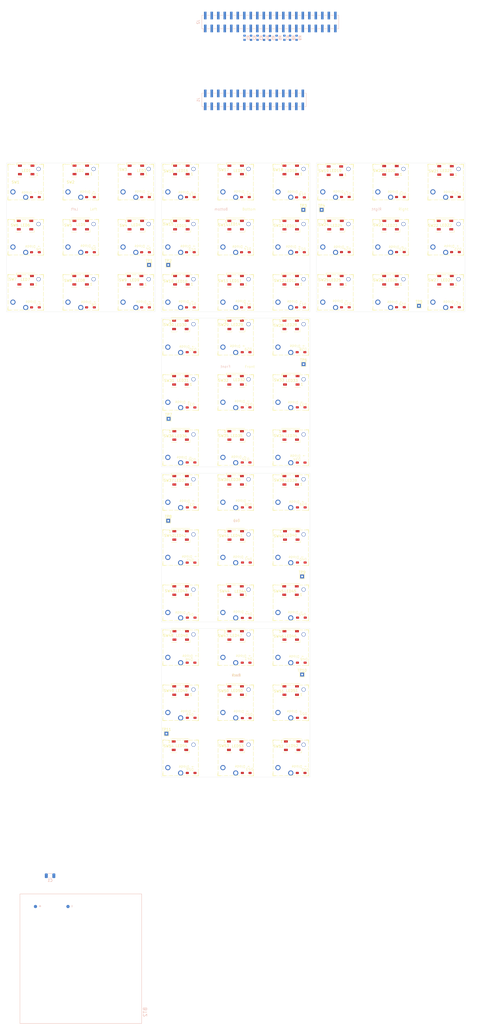
<source format=kicad_pcb>
(kicad_pcb (version 20240108) (generator "pcbnew") (generator_version "8.0")
  (layers (0 "F.Cu" signal) (1 "In1.Cu" signal) (2 "In2.Cu" signal) (31 "B.Cu" signal) (34 "B.Paste" user) (35 "F.Paste" user) (36 "B.SilkS" user "B.Silkscreen") (37 "F.SilkS" user "F.Silkscreen") (38 "B.Mask" user) (39 "F.Mask" user) (44 "Edge.Cuts" user))
  (net 0 "")
  (net 1 "Column0")
  (net 2 "VDD")
  (net 3 "Row4")
  (net 4 "Row1")
  (net 5 "Column8")
  (net 6 "GND")
  (net 7 "Column5")
  (net 8 "Column2")
  (net 9 "Net-(D1-A)")
  (net 10 "Net-(D2-A)")
  (net 11 "Net-(D3-A)")
  (net 12 "Net-(D4-A)")
  (net 13 "Net-(D5-A)")
  (net 14 "Net-(D6-A)")
  (net 15 "Net-(D7-A)")
  (net 16 "Net-(D8-A)")
  (net 17 "Net-(D9-A)")
  (net 18 "Net-(D18-A)")
  (net 19 "Net-(D19-A)")
  (net 20 "Net-(D20-A)")
  (net 21 "Net-(D21-A)")
  (net 22 "Net-(D22-A)")
  (net 23 "Net-(D23-A)")
  (net 24 "Net-(D24-A)")
  (net 25 "Net-(D25-A)")
  (net 26 "Net-(D34-A)")
  (net 27 "Net-(D35-A)")
  (net 28 "Net-(D36-A)")
  (net 29 "Net-(D37-A)")
  (net 30 "Net-(D38-A)")
  (net 31 "Net-(D39-A)")
  (net 32 "Net-(D40-A)")
  (net 33 "Net-(D41-A)")
  (net 34 "Net-(D50-A)")
  (net 35 "Net-(D51-A)")
  (net 36 "Net-(D52-A)")
  (net 37 "Net-(D53-A)")
  (net 38 "Net-(D54-A)")
  (net 39 "Net-(D11-A)")
  (net 40 "Net-(D12-A)")
  (net 41 "Net-(D13-A)")
  (net 42 "Net-(D14-A)")
  (net 43 "Net-(D15-A)")
  (net 44 "Net-(D16-A)")
  (net 45 "Net-(D17-A)")
  (net 46 "Net-(D26-A)")
  (net 47 "Net-(D27-A)")
  (net 48 "Net-(D28-A)")
  (net 49 "Net-(D29-A)")
  (net 50 "Net-(D30-A)")
  (net 51 "Net-(D31-A)")
  (net 52 "Net-(D32-A)")
  (net 53 "Net-(D33-A)")
  (net 54 "Net-(D42-A)")
  (net 55 "Net-(D43-A)")
  (net 56 "Net-(D44-A)")
  (net 57 "Net-(D45-A)")
  (net 58 "Net-(D46-A)")
  (net 59 "Net-(D47-A)")
  (net 60 "Net-(D48-A)")
  (net 61 "Net-(D49-A)")
  (net 62 "Net-(LED1-DOUT)")
  (net 63 "Net-(LED2-DOUT)")
  (net 64 "Net-(LED3-DOUT)")
  (net 65 "Net-(LED4-DOUT)")
  (net 66 "Net-(LED7-DOUT)")
  (net 67 "Net-(LED8-DOUT)")
  (net 68 "Net-(LED10-DOUT)")
  (net 69 "Net-(LED11-DOUT)")
  (net 70 "Net-(LED12-DOUT)")
  (net 71 "Net-(LED13-DOUT)")
  (net 72 "Net-(LED16-DOUT)")
  (net 73 "Net-(LED17-DOUT)")
  (net 74 "Net-(LED19-DOUT)")
  (net 75 "Net-(LED20-DOUT)")
  (net 76 "Net-(LED21-DOUT)")
  (net 77 "Net-(LED22-DOUT)")
  (net 78 "Net-(LED25-DOUT)")
  (net 79 "Net-(LED26-DOUT)")
  (net 80 "Net-(J2-D31)")
  (net 81 "Net-(LED10-DIN)")
  (net 82 "Net-(LED18-DOUT)")
  (net 83 "Net-(LED27-DOUT)")
  (net 84 "Net-(LED28-DOUT)")
  (net 85 "Net-(LED29-DOUT)")
  (net 86 "Net-(LED37-DOUT)")
  (net 87 "Net-(LED38-DOUT)")
  (net 88 "Net-(LED39-DOUT)")
  (net 89 "Net-(LED40-DOUT)")
  (net 90 "Net-(LED43-DOUT)")
  (net 91 "Net-(LED44-DOUT)")
  (net 92 "Net-(LED30-DOUT)")
  (net 93 "Net-(LED31-DOUT)")
  (net 94 "Net-(LED32-DOUT)")
  (net 95 "Net-(LED33-DOUT)")
  (net 96 "Net-(LED34-DOUT)")
  (net 97 "Net-(LED35-DOUT)")
  (net 98 "Net-(LED36-DOUT)")
  (net 99 "Net-(LED45-DOUT)")
  (net 100 "Column3")
  (net 101 "Column4")
  (net 102 "Column6")
  (net 103 "Column7")
  (net 104 "Row5")
  (net 105 "Row3")
  (net 106 "Net-(LED46-DOUT)")
  (net 107 "Net-(LED47-DOUT)")
  (net 108 "Net-(LED48-DOUT)")
  (net 109 "Net-(LED49-DOUT)")
  (net 110 "Net-(LED50-DOUT)")
  (net 111 "Net-(LED51-DOUT)")
  (net 112 "Net-(LED52-DOUT)")
  (net 113 "Row2")
  (net 114 "Net-(LED53-DOUT)")
  (net 115 "Net-(LED9-DOUT)")
  (net 116 "Net-(J2-D18)")
  (net 117 "Net-(J2-D16)")
  (net 118 "Net-(J2-D14)")
  (net 119 "Net-(J2-D12)")
  (net 120 "Net-(J2-D10)")
  (net 121 "Net-(J2-D8)")
  (net 122 "Net-(J2-D6)")
  (net 123 "Net-(J2-D4)")
  (net 124 "Net-(J2-D2)")
  (net 139 "Row0")
  (net 140 "Net-(LED5-DOUT)")
  (net 141 "Net-(LED6-DOUT)")
  (net 142 "Net-(LED14-DOUT)")
  (net 143 "Net-(LED15-DOUT)")
  (net 144 "Net-(LED23-DOUT)")
  (net 145 "Net-(LED24-DOUT)")
  (net 148 "Net-(LED41-DOUT)")
  (net 149 "Net-(LED42-DOUT)")
  (net 152 "Column1")
  (net 172 "Row10")
  (net 173 "Row11")
  (net 181 "Row8")
  (net 182 "Row6")
  (net 183 "Row7")
  (net 185 "Row9")
  (net 191 "Net-(D10-A)")
  (net 192 "Net-(LED19-DIN)")
  (net 193 "Net-(LED28-DIN)")
  (net 194 "Net-(LED37-DIN)")
  (net 195 "Net-(LED46-DIN)")
  (net 196 "Net-(LED54-DOUT)")
  (footprint "1_My_Custom_Lib:Kailh_Choc" (layer "F.Cu") (at 125.995 164.995 -90)
    (property "Reference" "SW40")
    (property "Value" "SW_Push")
  )
  (footprint "LED_SMD:LED_WS2812B_PLCC4_5.0x5.0mm_P3.2mm" (layer "F.Cu") (at 82.895 99.735 180)
    (property "Reference" "LED31")
    (property "Value" "WS2812B")
  )
  (footprint "1_My_Custom_Lib:Zener Diode IN4148-W" (layer "F.Cu") (at 131.275 28.395 90)
    (property "Reference" "D18")
    (property "Value" "D_Zener")
  )
  (footprint "LED_SMD:LED_WS2812B_PLCC4_5.0x5.0mm_P3.2mm" (layer "F.Cu") (at 104.475 39.195)
    (property "Reference" "LED14")
    (property "Value" "WS2812B")
  )
  (footprint "LED_SMD:LED_WS2812B_PLCC4_5.0x5.0mm_P3.2mm" (layer "F.Cu") (at 82.875 78.1)
    (property "Reference" "LED30")
    (property "Value" "WS2812B")
  )
  (footprint "TestPoint:TestPoint_THTPad_1.5x1.5mm_Drill0.7mm" (layer "F.Cu") (at 130.435 214.485)
    (property "Reference" "TP10")
    (property "Value" "Jumper")
  )
  (footprint "LED_SMD:LED_WS2812B_PLCC4_5.0x5.0mm_P3.2mm" (layer "F.Cu") (at 143.225 17.985 180)
    (property "Reference" "LED19")
    (property "Value" "WS2812B")
  )
  (footprint "LED_SMD:LED_WS2812B_PLCC4_5.0x5.0mm_P3.2mm" (layer "F.Cu") (at 125.975 78.1)
    (property "Reference" "LED28")
    (property "Value" "WS2812B")
  )
  (footprint "1_My_Custom_Lib:Zener Diode IN4148-W" (layer "F.Cu") (at 109.775 49.795 90)
    (property "Reference" "D14")
    (property "Value" "D_Zener")
  )
  (footprint "1_My_Custom_Lib:Zener Diode IN4148-W" (layer "F.Cu") (at 27.775 28.295 90)
    (property "Reference" "D1")
    (property "Value" "D_Zener")
  )
  (footprint "1_My_Custom_Lib:Kailh_Choc" (layer "F.Cu") (at 126 83 -90)
    (property "Reference" "SW28")
    (property "Value" "SW_Push")
  )
  (footprint "TestPoint:TestPoint_THTPad_1.5x1.5mm_Drill0.7mm" (layer "F.Cu") (at 70.66 54.75)
    (property "Reference" "TP1")
    (property "Value" "Jumper")
  )
  (footprint "LED_SMD:LED_WS2812B_PLCC4_5.0x5.0mm_P3.2mm" (layer "F.Cu") (at 83.275 60.695 180)
    (property "Reference" "LED10")
    (property "Value" "WS2812B")
  )
  (footprint "LED_SMD:LED_WS2812B_PLCC4_5.0x5.0mm_P3.2mm" (layer "F.Cu") (at 82.975 121.235)
    (property "Reference" "LED36")
    (property "Value" "WS2812B")
  )
  (footprint "LED_SMD:LED_WS2812B_PLCC4_5.0x5.0mm_P3.2mm" (layer "F.Cu") (at 104.52 160.23)
    (property "Reference" "LED41")
    (property "Value" "WS2812B")
  )
  (footprint "1_My_Custom_Lib:Kailh_Choc" (layer "F.Cu") (at 83 203.995 -90)
    (property "Reference" "SW48")
    (property "Value" "SW_Push")
  )
  (footprint "1_My_Custom_Lib:Zener Diode IN4148-W" (layer "F.Cu") (at 131.6 231.365 90)
    (property "Reference" "D51")
    (property "Value" "D_Zener")
  )
  (footprint "LED_SMD:LED_WS2812B_PLCC4_5.0x5.0mm_P3.2mm" (layer "F.Cu") (at 65.475 39.195)
    (property "Reference" "LED4")
    (property "Value" "WS2812B")
  )
  (footprint "LED_SMD:LED_WS2812B_PLCC4_5.0x5.0mm_P3.2mm" (layer "F.Cu") (at 82.97 138.73 180)
    (property "Reference" "LED37")
    (property "Value" "WS2812B")
  )
  (footprint "1_My_Custom_Lib:Kailh_Choc" (layer "F.Cu") (at 104.5 65.46 -90)
    (property "Reference" "SW11")
    (property "Value" "SW_Push")
  )
  (footprint "LED_SMD:LED_WS2812B_PLCC4_5.0x5.0mm_P3.2mm" (layer "F.Cu") (at 164.975 39.195)
    (property "Reference" "LED23")
    (property "Value" "WS2812B")
  )
  (footprint "1_My_Custom_Lib:Zener Diode IN4148-W" (layer "F.Cu") (at 131.5 88.775 90)
    (property "Reference" "D28")
    (property "Value" "D_Zener")
  )
  (footprint "LED_SMD:LED_WS2812B_PLCC4_5.0x5.0mm_P3.2mm" (layer "F.Cu") (at 125.89 181.73 180)
    (property "Reference" "LED45")
    (property "Value" "WS2812B")
  )
  (footprint "1_My_Custom_Lib:Zener Diode IN4148-W" (layer "F.Cu") (at 88.6 149.3 90)
    (property "Reference" "D37")
    (property "Value" "D_Zener")
  )
  (footprint "LED_SMD:LED_WS2812B_PLCC4_5.0x5.0mm_P3.2mm" (layer "F.Cu") (at 186.225 39.195)
    (property "Reference" "LED22")
    (property "Value" "WS2812B")
  )
  (footprint "1_My_Custom_Lib:Zener Diode IN4148-W" (layer "F.Cu") (at 70.775 49.795 90)
    (property "Reference" "D4")
    (property "Value" "D_Zener")
  )
  (footprint "1_My_Custom_Lib:Zener Diode IN4148-W" (layer "F.Cu") (at 70.775 28.295 90)
    (property "Reference" "D3")
    (property "Value" "D_Zener")
  )
  (footprint "1_My_Custom_Lib:Kailh_Choc" (layer "F.Cu") (at 83 104.5 -90)
    (property "Reference" "SW31")
    (property "Value" "SW_Push")
  )
  (footprint "LED_SMD:LED_WS2812B_PLCC4_5.0x5.0mm_P3.2mm" (layer "F.Cu") (at 164.925 60.695 180)
    (property "Reference" "LED26")
    (property "Value" "WS2812B")
  )
  (footprint "LED_SMD:LED_WS2812B_PLCC4_5.0x5.0mm_P3.2mm" (layer "F.Cu") (at 83.025 199.23)
    (property "Reference" "LED48")
    (property "Value" "WS2812B")
  )
  (footprint "1_My_Custom_Lib:Zener Diode IN4148-W" (layer "F.Cu") (at 131.55 252.865 90)
    (property "Reference" "D52")
    (property "Value" "D_Zener")
  )
  (footprint "1_My_Custom_Lib:Kailh_Choc" (layer "F.Cu") (at 83 65.46 -90)
    (property "Reference" "SW10")
    (property "Value" "SW_Push")
  )
  (footprint "LED_SMD:LED_WS2812B_PLCC4_5.0x5.0mm_P3.2mm" (layer "F.Cu") (at 104.475 199.23)
    (property "Reference" "LED47")
    (property "Value" "WS2812B")
  )
  (footprint "1_My_Custom_Lib:Kailh_Choc" (layer "F.Cu") (at 83 22.46 -90)
    (property "Reference" "SW16")
    (property "Value" "SW_Push")
  )
  (footprint "1_My_Custom_Lib:Zener Diode IN4148-W" (layer "F.Cu") (at 88.55 88.775 90)
    (property "Reference" "D30")
    (property "Value" "D_Zener")
  )
  (footprint "1_My_Custom_Lib:Kailh_Choc" (layer "F.Cu") (at 165 22.46 -90)
    (property "Reference" "SW20")
    (property "Value" "SW_Push")
  )
  (footprint "1_My_Custom_Lib:Zener Diode IN4148-W" (layer "F.Cu") (at 88.275 28.295 90)
    (property "Reference" "D16")
    (property "Value" "D_Zener")
  )
  (footprint "LED_SMD:LED_WS2812B_PLCC4_5.0x5.0mm_P3.2mm" (layer "F.Cu") (at 82.945 220.73 180)
    (property "Reference" "LED49")
    (property "Value" "WS2812B")
  )
  (footprint "1_My_Custom_Lib:Kailh_Choc" (layer "F.Cu") (at 82.995 164.995 -90)
    (property "Reference" "SW42")
    (property "Value" "SW_Push")
  )
  (footprint "1_My_Custom_Lib:Kailh_Choc" (layer "F.Cu") (at 126 65.46 -90)
    (property "Reference" "SW12")
    (property "Value" "SW_Push")
  )
  (footprint "1_My_Custom_Lib:Kailh_Choc" (layer "F.Cu") (at 65.5 22.46 -90)
    (property "Reference" "SW3")
    (property "Value" "SW_Push")
  )
  (footprint "TestPoint:TestPoint_THTPad_1.5x1.5mm_Drill0.7mm" (layer "F.Cu") (at 130.99 93.45)
    (property "Reference" "TP6")
    (property "Value" "Jumper")
  )
  (footprint "LED_SMD:LED_WS2812B_PLCC4_5.0x5.0mm_P3.2mm" (layer "F.Cu") (at 125.975 60.695 180)
    (property "Reference" "LED12")
    (property "Value" "WS2812B")
  )
  (footprint "1_My_Custom_Lib:Zener Diode IN4148-W" (layer "F.Cu") (at 88.6 252.865 90)
    (property "Reference" "D54")
    (property "Value" "D_Zener")
  )
  (footprint "1_My_Custom_Lib:Zener Diode IN4148-W" (layer "F.Cu") (at 49.275 28.295 90)
    (property "Reference" "D2")
    (property "Value" "D_Zener")
  )
  (footprint "1_My_Custom_Lib:Kailh_Choc" (layer "F.Cu") (at 83 43.96 -90)
    (property "Reference" "SW15")
    (property "Value" "SW_Push")
  )
  (footprint "LED_SMD:LED_WS2812B_PLCC4_5.0x5.0mm_P3.2mm" (layer "F.Cu") (at 22.225 39.195)
    (property "Reference" "LED6")
    (property "Value" "WS2812B")
  )
  (footprint "1_My_Custom_Lib:Kailh_Choc" (layer "F.Cu") (at 83 225.495 -90)
    (property "Reference" "SW49")
    (property "Value" "SW_Push")
  )
  (footprint "LED_SMD:LED_WS2812B_PLCC4_5.0x5.0mm_P3.2mm" (layer "F.Cu") (at 186.425 60.695 180)
    (property "Reference" "LED27")
    (property "Value" "WS2812B")
  )
  (footprint "1_My_Custom_Lib:Kailh_Choc" (layer "F.Cu") (at 44 22.46 -90)
    (property "Reference" "SW2")
    (property "Value" "SW_Push")
  )
  (footprint "LED_SMD:LED_WS2812B_PLCC4_5.0x5.0mm_P3.2mm" (layer "F.Cu") (at 143.475 39.195)
    (property "Reference" "LED24")
    (property "Value" "WS2812B")
  )
  (footprint "1_My_Custom_Lib:Zener Diode IN4148-W" (layer "F.Cu") (at 109.775 71.295 90)
    (property "Reference" "D11")
    (property "Value" "D_Zener")
  )
  (footprint "LED_SMD:LED_WS2812B_PLCC4_5.0x5.0mm_P3.2mm" (layer "F.Cu") (at 125.975 121.235)
    (property "Reference" "LED34")
    (property "Value" "WS2812B")
  )
  (footprint "1_My_Custom_Lib:Zener Diode IN4148-W" (layer "F.Cu") (at 131.6 209.865 90)
    (property "Reference" "D46")
    (property "Value" "D_Zener")
  )
  (footprint "1_My_Custom_Lib:Kailh_Choc" (layer "F.Cu") (at 143.5 43.96 -90)
    (property "Reference" "SW24")
    (property "Value" "SW_Push")
  )
  (footprint "1_My_Custom_Lib:Kailh_Choc" (layer "F.Cu") (at 186.5 22.46 -90)
    (property "Reference" "SW21")
    (property "Value" "SW_Push")
  )
  (footprint "LED_SMD:LED_WS2812B_PLCC4_5.0x5.0mm_P3.2mm" (layer "F.Cu") (at 43.975 39.195)
    (property "Reference" "LED5")
    (property "Value" "WS2812B")
  )
  (footprint "1_My_Custom_Lib:Kailh_Choc" (layer "F.Cu") (at 104.495 143.495 -90)
    (property "Reference" "SW38")
    (property "Value" "SW_Push")
  )
  (footprint "LED_SMD:LED_WS2812B_PLCC4_5.0x5.0mm_P3.2mm" (layer "F.Cu") (at 44 17.67 180)
    (property "Reference" "LED2")
    (property "Value" "WS2812B")
  )
  (footprint "1_My_Custom_Lib:Kailh_Choc" (layer "F.Cu") (at 104.495 164.995 -90)
    (property "Reference" "SW41")
    (property "Value" "SW_Push")
  )
  (footprint "1_My_Custom_Lib:Zener Diode IN4148-W" (layer "F.Cu") (at 88.55 110.325 90)
    (property "Reference" "D31")
    (property "Value" "D_Zener")
  )
  (footprint "1_My_Custom_Lib:Kailh_Choc" (layer "F.Cu") (at 104.5 246.995 -90)
    (property "Reference" "SW53")
    (property "Value" "SW_Push")
  )
  (footprint "LED_SMD:LED_WS2812B_PLCC4_5.0x5.0mm_P3.2mm" (layer "F.Cu") (at 22.475 60.695 180)
    (property "Reference" "LED7")
    (property "Value" "WS2812B")
  )
  (footprint "1_My_Custom_Lib:Zener Diode IN4148-W" (layer "F.Cu") (at 110.1 192.4 90)
    (property "Reference" "D44")
    (property "Value" "D_Zener")
  )
  (footprint "1_My_Custom_Lib:Zener Diode IN4148-W" (layer "F.Cu") (at 110.05 131.775 90)
    (property "Reference" "D35")
    (property "Value" "D_Zener")
  )
  (footprint "1_My_Custom_Lib:Zener Diode IN4148-W" (layer "F.Cu") (at 110.05 88.775 90)
    (property "Reference" "D29")
    (property "Value" "D_Zener")
  )
  (footprint "1_My_Custom_Lib:Zener Diode IN4148-W" (layer "F.Cu") (at 88.55 170.84 90)
    (property "Reference" "D42")
    (property "Value" "D_Zener")
  )
  (footprint "LED_SMD:LED_WS2812B_PLCC4_5.0x5.0mm_P3.2mm" (layer "F.Cu") (at 82.97 181.73 180)
    (property "Reference" "LED43")
    (property "Value" "WS2812B")
  )
  (footprint "LED_SMD:LED_WS2812B_PLCC4_5.0x5.0mm_P3.2mm" (layer "F.Cu") (at 126.545 242.23)
    (property "Reference" "LED52")
    (property "Value" "WS2812B")
  )
  (footprint "1_My_Custom_Lib:Kailh_Choc" (layer "F.Cu") (at 165 43.96 -90)
    (property "Reference" "SW23")
    (property "Value" "SW_Push")
  )
  (footprint "1_My_Custom_Lib:Kailh_Choc" (layer "F.Cu") (at 104.5 83 -90)
    (property "Reference" "SW29")
    (property "Value" "SW_Push")
  )
  (footprint "1_My_Custom_Lib:Kailh_Choc" (layer "F.Cu") (at 83 83 -90)
    (property "Reference" "SW30")
    (property "Value" "SW_Push")
  )
  (footprint "LED_SMD:LED_WS2812B_PLCC4_5.0x5.0mm_P3.2mm" (layer "F.Cu") (at 104.475 60.695 180)
    (property "Reference" "LED11")
    (property "Value" "WS2812B")
  )
  (footprint "LED_SMD:LED_WS2812B_PLCC4_5.0x5.0mm_P3.2mm" (layer "F.Cu") (at 125.97 138.73 180)
    (property "Reference" "LED39")
    (property "Value" "WS2812B")
  )
  (footprint "1_My_Custom_Lib:Kailh_Choc" (layer "F.Cu") (at 104.495 186.495 -90)
    (property "Reference" "SW44")
    (property "Value" "SW_Push")
  )
  (footprint "1_My_Custom_Lib:Kailh_Choc" (layer "F.Cu") (at 104.5 126 -90)
    (property "Reference" "SW35")
    (property "Value" "SW_Push")
  )
  (footprint "1_My_Custom_Lib:Kailh_Choc" (layer "F.Cu") (at 44 43.96 -90)
    (property "Reference" "SW5")
    (property "Value" "SW_Push")
  )
  (footprint "1_My_Custom_Lib:Kailh_Choc" (layer "F.Cu") (at 143.5 65.46 -90)
    (property "Reference" "SW25")
    (property "Value" "SW_Push")
  )
  (footprint "1_My_Custom_Lib:Kailh_Choc" (layer "F.Cu") (at 82.995 186.495 -90)
    (property "Reference" "SW43")
    (property "Value" "SW_Push")
  )
  (footprint "1_My_Custom_Lib:Kailh_Choc" (layer "F.Cu") (at 186.5 65.46 -90)
    (property "Reference" "SW27")
    (property "Value" "SW_Push")
  )
  (footprint "TestPoint:TestPoint_THTPad_1.5x1.5mm_Drill0.7mm" (layer "F.Cu") (at 77.435 237.535)
    (property "Reference" "TP11")
    (property "Value" "Jumper")
  )
  (footprint "1_My_Custom_Lib:Zener Diode IN4148-W" (layer "F.Cu") (at 131.55 131.825 90)
    (property "Reference" "D34")
    (property "Value" "D_Zener")
  )
  (footprint "LED_SMD:LED_WS2812B_PLCC4_5.0x5.0mm_P3.2mm" (layer "F.Cu") (at 126.19 160.23)
    (property "Reference" "LED40")
    (property "Value" "WS2812B")
  )
  (footprint "1_My_Custom_Lib:Kailh_Choc" (layer "F.Cu") (at 126 43.96 -90)
    (property "Reference" "SW13")
    (property "Value" "SW_Push")
  )
  (footprint "1_My_Custom_Lib:Kailh_Choc" (layer "F.Cu") (at 22.5 43.96 -90)
    (property "Reference" "SW6")
    (property "Value" "SW_Push")
  )
  (footprint "1_My_Custom_Lib:Kailh_Choc" (layer "F.Cu") (at 125.995 186.495 -90)
    (property "Reference" "SW45")
    (property "Value" "SW_Push")
  )
  (footprint "1_My_Custom_Lib:Zener Diode IN4148-W" (layer "F.Cu") (at 70.775 71.295 90)
    (property "Reference" "D9")
    (property "Value" "D_Zener")
  )
  (footprint "1_My_Custom_Lib:Zener Diode IN4148-W" (layer "F.Cu") (at 109.775 28.295 90)
    (property "Reference" "D17")
    (property "Value" "D_Zener")
  )
  (footprint "1_My_Custom_Lib:Kailh_Choc" (layer "F.Cu") (at 83 126 -90)
    (property "Reference" "SW36")
    (property "Value" "SW_Push")
  )
  (footprint "1_My_Custom_Lib:Zener Diode IN4148-W" (layer "F.Cu") (at 191.8 28.235 90)
    (property "Reference" "D21")
    (property "Value" "D_Zener")
  )
  (footprint "1_My_Custom_Lib:Kailh_Choc" (layer "F.Cu") (at 126 246.995 -90)
    (property "Reference" "SW52")
    (property "Value" "SW_Push")
  )
  (footprint "LED_SMD:LED_WS2812B_PLCC4_5.0x5.0mm_P3.2mm" (layer "F.Cu") (at 186.425 17.885 180)
    (property "Reference" "LED21")
    (property "Value" "WS2812B")
  )
  (footprint "1_My_Custom_Lib:Zener Diode IN4148-W" (layer "F.Cu") (at 110.1 231.465 90)
    (property "Reference" "D50")
    (property "Value" "D_Zener")
  )
  (footprint "1_My_Custom_Lib:Kailh_Choc" (layer "F.Cu") (at 104.5 203.995 -90)
    (property "Reference" "SW47")
    (property "Value" "SW_Push")
  )
  (footprint "LED_SMD:LED_WS2812B_PLCC4_5.0x5.0mm_P3.2mm" (layer "F.Cu") (at 22.675 17.695 180)
    (property "Reference" "LED1")
    (property "Value" "WS2812B")
  )
  (footprint "1_My_Custom_Lib:Zener Diode IN4148-W" (layer "F.Cu") (at 131.6 170.8 90)
    (property "Reference" "D40")
    (property "Value" "D_Zener")
  )
  (footprint "LED_SMD:LED_WS2812B_PLCC4_5.0x5.0mm_P3.2mm" (layer "F.Cu") (at 104.475 17.695 180)
    (property "Reference" "LED17")
    (property "Value" "WS2812B")
  )
  (footprint "1_My_Custom_Lib:Zener Diode IN4148-W" (layer "F.Cu") (at 131.55 110.275 90)
    (property "Reference" "D33")
    (property "Value" "D_Zener")
  )
  (footprint "1_My_Custom_Lib:Kailh_Choc" (layer "F.Cu") (at 126 104.5 -90)
    (property "Reference" "SW33")
    (property "Value" "SW_Push")
  )
  (footprint "1_My_Custom_Lib:Zener Diode IN4148-W" (layer "F.Cu") (at 191.8 71.235 90)
    (property "Reference" "D27")
    (property "Value" "D_Zener")
  )
  (footprint "1_My_Custom_Lib:Kailh_Choc" (layer "F.Cu") (at 143.5 22.46 -90)
    (property "Reference" "SW19")
    (property "Value" "SW_Push")
  )
  (footprint "TestPoint:TestPoint_THTPad_1.5x1.5mm_Drill0.7mm" (layer "F.Cu") (at 78.15 154.5)
    (property "Reference" "TP8")
    (property "Value" "Jumper")
  )
  (footprint "TestPoint:TestPoint_THTPad_1.5x1.5mm_Drill0.7mm" (layer "F.Cu") (at 176.06 70.7)
    (property "Reference" "TP5")
    (property "Value" "Jumper")
  )
  (footprint "1_My_Custom_Lib:Kailh_Choc" (layer "F.Cu") (at 65.5 65.46 -90)
    (property "Reference" "SW9")
    (property "Value" "SW_Push")
  )
  (footprint "LED_SMD:LED_WS2812B_PLCC4_5.0x5.0mm_P3.2mm" (layer "F.Cu") (at 104.475 121.235)
    (property "Reference" "LED35")
    (property "Value" "WS2812B")
  )
  (footprint "1_My_Custom_Lib:Zener Diode IN4148-W" (layer "F.Cu") (at 110.1 252.865 90)
    (property "Reference" "D53")
    (property "Value" "D_Zener")
  )
  (footprint "1_My_Custom_Lib:Zener Diode IN4148-W" (layer "F.Cu") (at 148.8 49.735 90)
    (property "Reference" "D24")
    (property "Value" "D_Zener")
  )
  (footprint "LED_SMD:LED_WS2812B_PLCC4_5.0x5.0mm_P3.2mm" (layer "F.Cu") (at 143.425 60.695 180)
    (property "Reference" "LED25")
    (property "Value" "WS2812B")
  )
  (footprint "LED_SMD:LED_WS2812B_PLCC4_5.0x5.0mm_P3.2mm" (layer "F.Cu") (at 83.275 39.195)
    (property "Reference" "LED15")
    (property "Value" "WS2812B")
  )
  (footprint "1_My_Custom_Lib:Kailh_Choc" (layer "F.Cu") (at 126 203.995 -90)
    (property "Reference" "SW46")
    (property "Value" "SW_Push")
  )
  (footprint "LED_SMD:LED_WS2812B_PLCC4_5.0x5.0mm_P3.2mm" (layer "F.Cu") (at 43.925 60.695 180)
    (property "Reference" "LED8")
    (property "Value" "WS2812B")
  )
  (footprint "TestPoint:TestPoint_THTPad_1.5x1.5mm_Drill0.7mm" (layer "F.Cu") (at 78.29 114.75)
    (property "Reference" "TP7")
    (property "Value" "Jumper")
  )
  (footprint "1_My_Custom_Lib:Zener Diode IN4148-W" (layer "F.Cu") (at 27.775 49.795 90)
    (property "Reference" "D6")
    (property "Value" "D_Zener")
  )
  (footprint "1_My_Custom_Lib:Zener Diode IN4148-W" (layer "F.Cu") (at 88.275 49.795 90)
    (property "Reference" "D15")
    (property "Value" "D_Zener")
  )
  (footprint "1_My_Custom_Lib:Zener Diode IN4148-W" (layer "F.Cu") (at 131.65 192.3 90)
    (property "Reference" "D45")
    (property "Value" "D_Zener")
  )
  (footprint "1_My_Custom_Lib:Zener Diode IN4148-W" (layer "F.Cu") (at 27.775 71.295 90)
    (property "Reference" "D7")
    (property "Value" "D_Zener")
  )
  (footprint "1_My_Custom_Lib:Kailh_Choc" (layer "F.Cu") (at 126 22.46 -90)
    (property "Reference" "SW18")
    (property "Value" "SW_Push")
  )
  (footprint "1_My_Custom_Lib:Kailh_Choc" (layer "F.Cu") (at 44 65.46 -90)
    (property "Reference" "SW8")
    (property "Value" "SW_Push")
  )
  (footprint "LED_SMD:LED_WS2812B_PLCC4_5.0x5.0mm_P3.2mm" (layer "F.Cu") (at 104.295 242.23)
    (property "Reference" "LED53")
    (property "Value" "WS2812B")
  )
  (footprint "TestPoint:TestPoint_THTPad_1.5x1.5mm_Drill0.7mm" (layer "F.Cu") (at 130.42 176.24)
    (property "Reference" "TP9")
    (property "Value" "Jumper")
  )
  (footprint "1_My_Custom_Lib:Zener Diode IN4148-W" (layer "F.Cu") (at 49.275 49.795 90)
    (property "Reference" "D5")
    (property "Value" "D_Zener")
  )
  (footprint "1_My_Custom_Lib:Zener Diode IN4148-W" (layer "F.Cu") (at 88.6 192.3 90)
    (property "Reference" "D43")
    (property "Value" "D_Zener")
  )
  (footprint "TestPoint:TestPoint_THTPad_1.5x1.5mm_Drill0.7mm" (layer "F.Cu") (at 130.9 33.25)
    (property "Reference" "TP3")
    (property "Value" "Jumper")
  )
  (footprint "1_My_Custom_Lib:Zener Diode IN4148-W" (layer "F.Cu") (at 131.275 49.795 90)
    (property "Reference" "D13")
    (property "Value" "D_Zener")
  )
  (footprint "LED_SMD:LED_WS2812B_PLCC4_5.0x5.0mm_P3.2mm" (layer "F.Cu") (at 164.925 17.835 180)
    (property "Reference" "LED20")
    (property "Value" "WS2812B")
  )
  (footprint "1_My_Custom_Lib:Kailh_Choc" (layer "F.Cu") (at 126 225.495 -90)
    (property "Reference" "SW51")
    (property "Value" "SW_Push")
  )
  (footprint "1_My_Custom_Lib:Zener Diode IN4148-W" (layer "F.Cu") (at 88.55 131.775 90)
    (property "Reference" "D36")
    (property "Value" "D_Zener")
  )
  (footprint "1_My_Custom_Lib:Kailh_Choc" (layer "F.Cu") (at 22.5 65.46 -90)
    (property "Reference" "SW7")
    (property "Value" "SW_Push")
  )
  (footprint "LED_SMD:LED_WS2812B_PLCC4_5.0x5.0mm_P3.2mm" (layer "F.Cu") (at 82.725 242.23)
    (property "Reference" "LED54")
    (property "Value" "WS2812B")
  )
  (footprint "1_My_Custom_Lib:Kailh_Choc" (layer "F.Cu") (at 125.995 143.495 -90)
    (property "Reference" "SW39")
    (property "Value" "SW_Push")
  )
  (footprint "LED_SMD:LED_WS2812B_PLCC4_5.0x5.0mm_P3.2mm" (layer "F.Cu") (at 104.445 99.735 180)
    (property "Reference" "LED32")
    (property "Value" "WS2812B")
  )
  (footprint "1_My_Custom_Lib:Kailh_Choc" (layer "F.Cu") (at 104.5 43.96 -90)
    (property "Reference" "SW14")
    (property "Value" "SW_Push")
  )
  (footprint "1_My_Custom_Lib:Kailh_Choc" (layer "F.Cu") (at 104.5 225.495 -90)
    (property "Reference" "SW50")
    (property "Value" "SW_Push")
  )
  (footprint "1_My_Custom_Lib:Zener Diode IN4148-W" (layer "F.Cu") (at 88.275 71.295 90)
    (property "Reference" "D10")
    (property "Value" "D_Zener")
  )
  (footprint "1_My_Custom_Lib:Zener Diode IN4148-W" (layer "F.Cu") (at 170.3 71.235 90)
    (property "Reference" "D26")
    (property "Value" "D_Zener")
  )
  (footprint "LED_SMD:LED_WS2812B_PLCC4_5.0x5.0mm_P3.2mm" (layer "F.Cu") (at 125.975 17.695 180)
    (property "Reference" "LED18")
    (property "Value" "WS2812B")
  )
  (footprint "1_My_Custom_Lib:Zener Diode IN4148-W" (layer "F.Cu") (at 131.275 71.295 90)
    (property "Reference" "D12")
    (property "Value" "D_Zener")
  )
  (footprint "LED_SMD:LED_WS2812B_PLCC4_5.0x5.0mm_P3.2mm" (layer "F.Cu") (at 82.97 160.23)
    (property "Reference" "LED42")
    (property "Value" "WS2812B")
  )
  (footprint "LED_SMD:LED_WS2812B_PLCC4_5.0x5.0mm_P3.2mm" (layer "F.Cu") (at 125.975 220.73 180)
    (property "Reference" "LED51")
    (property "Value" "WS2812B")
  )
  (footprint "1_My_Custom_Lib:Zener Diode IN4148-W" (layer "F.Cu") (at 148.8 28.235 90)
    (property "Reference" "D19")
    (property "Value" "D_Zener")
  )
  (footprint "LED_SMD:LED_WS2812B_PLCC4_5.0x5.0mm_P3.2mm" (layer "F.Cu") (at 83.275 17.695 180)
    (property "Reference" "LED16")
    (property "Value" "WS2812B")
  )
  (footprint "LED_SMD:LED_WS2812B_PLCC4_5.0x5.0mm_P3.2mm" (layer "F.Cu") (at 125.975 39.195)
    (property "Reference" "LED13")
    (property "Value" "WS2812B")
  )
  (footprint "LED_SMD:LED_WS2812B_PLCC4_5.0x5.0mm_P3.2mm" (layer "F.Cu") (at 104.475 78.1)
    (property "Reference" "LED29")
    (property "Value" "WS2812B")
  )
  (footprint "1_My_Custom_Lib:Kailh_Choc" (layer "F.Cu") (at 82.995 143.495 -90)
    (property "Reference" "SW37")
    (property "Value" "SW_Push")
  )
  (footprint "1_My_Custom_Lib:Kailh_Choc" (layer "F.Cu") (at 22.5 22.46 -90)
    (property "Reference" "SW1")
    (property "Value" "SW_Push")
  )
  (footprint "1_My_Custom_Lib:Zener Diode IN4148-W" (layer "F.Cu") (at 148.8 71.26 90)
    (property "Reference" "D25")
    (property "Value" "D_Zener")
  )
  (footprint "1_My_Custom_Lib:Zener Diode IN4148-W" (layer "F.Cu") (at 49.275 71.295 90)
    (property "Reference" "D8")
    (property "Value" "D_Zener")
  )
  (footprint "LED_SMD:LED_WS2812B_PLCC4_5.0x5.0mm_P3.2mm" (layer "F.Cu") (at 65.225 60.695 180)
    (property "Reference" "LED9")
    (property "Value" "WS2812B")
  )
  (footprint "1_My_Custom_Lib:Kailh_Choc" (layer "F.Cu") (at 186.5 43.96 -90)
    (property "Reference" "SW22")
    (property "Value" "SW_Push")
  )
  (footprint "1_My_Custom_Lib:Zener Diode IN4148-W" (layer "F.Cu") (at 170.3 28.26 90)
    (property "Reference" "D20")
    (property "Value" "D_Zener")
  )
  (footprint "LED_SMD:LED_WS2812B_PLCC4_5.0x5.0mm_P3.2mm" (layer "F.Cu") (at 126.195 99.735 180)
    (property "Reference" "LED33")
    (property "Value" "WS2812B")
  )
  (footprint "1_My_Custom_Lib:Kailh_Choc" (layer "F.Cu") (at 126 126 -90)
    (property "Reference" "SW34")
    (property "Value" "SW_Push")
  )
  (footprint "1_My_Custom_Lib:Zener Diode IN4148-W" (layer "F.Cu") (at 110.1 149.3 90)
    (property "Reference" "D38")
    (property "Value" "D_Zener")
  )
  (footprint "1_My_Custom_Lib:Kailh_Choc" (layer "F.Cu") (at 165 65.46 -90)
    (property "Reference" "SW26")
    (property "Value" "SW_Push")
  )
  (footprint "1_My_Custom_Lib:Zener Diode IN4148-W" (layer "F.Cu") (at 110.05 209.865 90)
    (property "Reference" "D47")
    (property "Value" "D_Zener")
  )
  (footprint "1_My_Custom_Lib:Zener Diode IN4148-W" (layer "F.Cu") (at 131.6 149.3 90)
    (property "Reference" "D39")
    (property "Value" "D_Zener")
  )
  (footprint "1_My_Custom_Lib:Kailh_Choc" (layer "F.Cu") (at 83 246.995 -90)
    (property "Reference" "SW54")
    (property "Value" "SW_Push")
  )
  (footprint "1_My_Custom_Lib:Zener Diode IN4148-W" (layer "F.Cu") (at 110.15 170.8 90)
    (property "Reference" "D41")
    (property "Value" "D_Zener")
  )
  (footprint "1_My_Custom_Lib:Kailh_Choc" (layer "F.Cu") (at 104.5 104.5 -90)
    (property "Reference" "SW32")
    (property "Value" "SW_Push")
  )
  (footprint "LED_SMD:LED_WS2812B_PLCC4_5.0x5.0mm_P3.2mm" (layer "F.Cu") (at 104.42 181.73 180)
    (property "Reference" "LED44")
    (property "Value" "WS2812B")
  )
  (footprint "TestPoint:TestPoint_THTPad_1.5x1.5mm_Drill0.7mm" (layer "F.Cu") (at 78.15 54.75)
    (property "Reference" "TP2")
    (property "Value" "Jumper")
  )
  (footprint "LED_SMD:LED_WS2812B_PLCC4_5.0x5.0mm_P3.2mm" (layer "F.Cu") (at 125.975 199.23)
    (property "Reference" "LED46")
    (property "Value" "WS2812B")
  )
  (footprint "1_My_Custom_Lib:Zener Diode IN4148-W" (layer "F.Cu") (at 191.8 49.735 90)
    (property "Reference" "D22")
    (property "Value" "D_Zener")
  )
  (footprint "LED_SMD:LED_WS2812B_PLCC4_5.0x5.0mm_P3.2mm" (layer "F.Cu") (at 65.525 17.695 180)
    (property "Reference" "LED3")
    (property "Value" "WS2812B")
  )
  (footprint "1_My_Custom_Lib:Zener Diode IN4148-W" (layer "F.Cu") (at 88.6 231.365 90)
    (property "Reference" "D49")
    (property "Value" "D_Zener")
  )
  (footprint "1_My_Custom_Lib:Zener Diode IN4148-W" (layer "F.Cu") (at 110.05 110.275 90)
    (property "Reference" "D32")
    (property "Value" "D_Zener")
  )
  (footprint "1_My_Custom_Lib:Zener Diode IN4148-W" (layer "F.Cu") (at 88.55 209.865 90)
    (property "Reference" "D48")
    (property "Value" "D_Zener")
  )
  (footprint "LED_SMD:LED_WS2812B_PLCC4_5.0x5.0mm_P3.2mm" (layer "F.Cu") (at 104.47 138.73 180)
    (property "Reference" "LED38")
    (property "Value" "WS2812B")
  )
  (footprint "TestPoint:TestPoint_THTPad_1.5x1.5mm_Drill0.7mm" (layer "F.Cu") (at 138.05 33.25)
    (property "Reference" "TP4")
    (property "Value" "Jumper")
  )
  (footprint "1_My_Custom_Lib:Zener Diode IN4148-W" (layer "F.Cu") (at 170.3 49.735 90)
    (property "Reference" "D23")
    (property "Value" "D_Zener")
  )
  (footprint "LED_SMD:LED_WS2812B_PLCC4_5.0x5.0mm_P3.2mm" (layer "F.Cu") (at 104.475 220.73 180)
    (property "Reference" "LED50")
    (property "Value" "WS2812B")
  )
  (footprint "1_My_Custom_Lib:Kailh_Choc" (layer "F.Cu") (at 65.5 43.96 -90)
    (property "Reference" "SW4")
    (property "Value" "SW_Push")
  )
  (footprint "1_My_Custom_Lib:Kailh_Choc" (layer "F.Cu") (at 104.5 22.46 -90)
    (property "Reference" "SW17")
    (property "Value" "SW_Push")
  )
  (footprint "Resistor_SMD:R_0603_1608Metric" (layer "B.Cu") (at 125.72 -33.845 90)
    (property "Reference" "R8")
    (property "Value" "10k")
  )
  (footprint "Connector_PinSocket_2.54mm:PinSocket_2x21_P2.54mm_Vertical_SMD" (layer "B.Cu") (at 118 -40 -90)
    (property "Reference" "J2")
    (property "Value" "Conn_02x21_Odd_Even")
  )
  (footprint "Resistor_SMD:R_0603_1608Metric" (layer "B.Cu") (at 107.94 -33.845 90)
    (property "Reference" "R1")
    (property "Value" "10k")
  )
  (footprint "BC4AAAW:BAT_BC4AAAW" (layer "B.Cu") (at 44 325.31 90)
    (property "Reference" "BT2")
    (property "Value" "5V Battery Bank")
  )
  (footprint "Resistor_SMD:R_0603_1608Metric" (layer "B.Cu") (at 113.02 -33.845 90)
    (property "Reference" "R3")
    (property "Value" "10k")
  )
  (footprint "Resistor_SMD:R_0603_1608Metric" (layer "B.Cu") (at 123.5 -33.85 90)
    (property "Reference" "R7")
    (property "Value" "10k")
  )
  (footprint "Resistor_SMD:R_0603_1608Metric" (layer "B.Cu") (at 117.82 -33.775 90)
    (property "Reference" "R5")
    (property "Value" "10k")
  )
  (footprint "Capacitor_SMD:C_1206_3216Metric" (layer "B.Cu") (at 32 292.96)
    (property "Reference" "C1")
    (property "Value" "100uF")
  )
  (footprint "Resistor_SMD:R_0603_1608Metric" (layer "B.Cu") (at 110.48 -33.845 90)
    (property "Reference" "R2")
    (property "Value" "10k")
  )
  (footprint "Resistor_SMD:R_0603_1608Metric" (layer "B.Cu") (at 120.46 -33.845 90)
    (property "Reference" "R6")
    (property "Value" "10k")
  )
  (footprint "Resistor_SMD:R_0603_1608Metric" (layer "B.Cu") (at 115.56 -33.845 90)
    (property "Reference" "R4")
    (property "Value" "10k")
  )
  (footprint "Connector_PinSocket_2.54mm:PinSocket_2x16_P2.54mm_Vertical_SMD" (layer "B.Cu") (at 111.65 -9.625 -90)
    (property "Reference" "J1")
    (property "Value" "Conn_02x16_Odd_Even")
  )
  (footprint "Resistor_SMD:R_0603_1608Metric" (layer "B.Cu") (at 128.26 -33.845 90)
    (property "Reference" "R9")
    (property "Value" "10k")
  )
  (gr_rect (start 75.5 15) (end 133.5 73) (stroke (width 0.05)) (fill none) (layer "Edge.Cuts"))
  (gr_rect (start 75.5 136) (end 133.5 194) (stroke (width 0.05)) (fill none) (layer "Edge.Cuts"))
  (gr_rect (start 136 15) (end 194 73) (stroke (width 0.05)) (fill none) (layer "Edge.Cuts"))
  (gr_rect (start 75.5 75.5) (end 133.5 133.5) (stroke (width 0.05)) (fill none) (layer "Edge.Cuts"))
  (gr_rect (start 15 15) (end 73 73) (stroke (width 0.05)) (fill none) (layer "Edge.Cuts"))
  (gr_rect (start 75.5 196.5) (end 133.5 254.5) (stroke (width 0.05)) (fill none) (layer "Edge.Cuts"))
  (gr_text "Back" (at 106.5 215.295 -0) (layer "B.SilkS") (effects (font (size 1 1) (thickness 0.1)) (justify left bottom mirror)))
  (gr_text "Right" (at 161.5 33.605 -0) (layer "B.SilkS") (effects (font (size 1 1) (thickness 0.1)) (justify left bottom mirror)))
  (gr_text "Front" (at 102.5 95 -0) (layer "B.SilkS") (effects (font (size 1 1) (thickness 0.1)) (justify left bottom mirror)))
  (gr_text "Left" (at 43 33.58 -0) (layer "B.SilkS") (effects (font (size 1 1) (thickness 0.1)) (justify left bottom mirror)))
  (gr_text "Top" (at 106.12 154.995 -0) (layer "B.SilkS") (effects (font (size 1 1) (thickness 0.1)) (justify left bottom mirror)))
  (gr_text "Bottom" (at 101.5 33.605 -0) (layer "B.SilkS") (effects (font (size 1 1) (thickness 0.1)) (justify left bottom mirror)))
  (gr_text "Left" (at 47.5 33.58 0) (layer "F.SilkS") (effects (font (size 1 1) (thickness 0.1)) (justify left bottom)))
  (gr_text "\n " (at 123.4148 77.6071 0) (layer "F.SilkS") (effects (font (size 1 1) (thickness 0.1)) (justify left bottom)))
  (gr_text "Right" (at 168 33.605 0) (layer "F.SilkS") (effects (font (size 1 1) (thickness 0.1)) (justify left bottom)))
  (gr_text "Top" (at 103.62 154.995 0) (layer "F.SilkS") (effects (font (size 1 1) (thickness 0.1)) (justify left bottom)))
  (gr_text "Back" (at 103 215.295 0) (layer "F.SilkS") (effects (font (size 1 1) (thickness 0.1)) (justify left bottom)))
  (gr_text "Front" (at 108 95.025 0) (layer "F.SilkS") (effects (font (size 1 1) (thickness 0.1)) (justify left bottom)))
  (gr_text "Bottom" (at 107 33.605 0) (layer "F.SilkS") (effects (font (size 1 1) (thickness 0.1)) (justify left bottom)))
)
</source>
